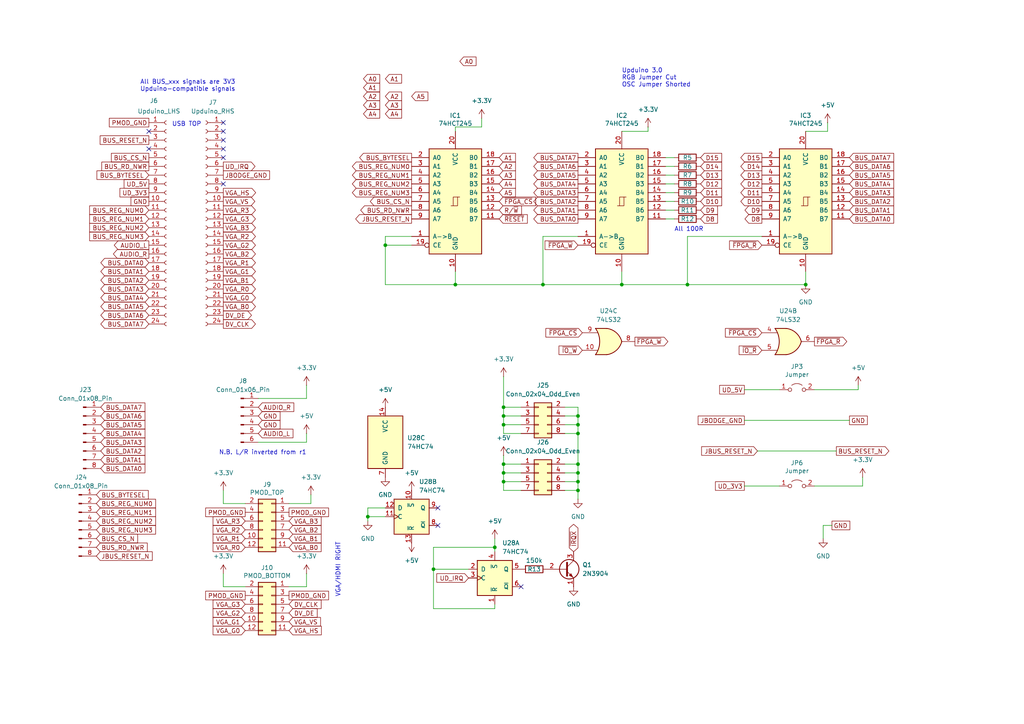
<source format=kicad_sch>
(kicad_sch (version 20250114) (generator "eeschema") (generator_version "9.0")
  (paper "A4")
  (lib_symbols
    (symbol "74xx:74HC74" (pin_names (offset 1.016))
      (property "Reference" "U" (at -7.62 8.89 0))
      (property "Value" "74HC74" (at -7.62 -8.89 0))
      (symbol "74HC74_1_0"
        (pin input line (at -7.62 2.54 0) (length 2.54) (name "D") (number "2"))
        (pin input clock (at -7.62 0 0) (length 2.54) (name "C") (number "3"))
        (pin input line (at 0 7.62 270) (length 2.54) (name "~{S}") (number "4"))
        (pin input line (at 0 -7.62 90) (length 2.54) (name "~{R}") (number "1"))
        (pin output line (at 7.62 2.54 180) (length 2.54) (name "Q") (number "5"))
        (pin output line (at 7.62 -2.54 180) (length 2.54) (name "~{Q}") (number "6"))
      )
      (symbol "74HC74_2_0"
        (pin input line (at -7.62 2.54 0) (length 2.54) (name "D") (number "12"))
        (pin input clock (at -7.62 0 0) (length 2.54) (name "C") (number "11"))
        (pin input line (at 0 7.62 270) (length 2.54) (name "~{S}") (number "10"))
        (pin input line (at 0 -7.62 90) (length 2.54) (name "~{R}") (number "13"))
        (pin output line (at 7.62 2.54 180) (length 2.54) (name "Q") (number "9"))
        (pin output line (at 7.62 -2.54 180) (length 2.54) (name "~{Q}") (number "8"))
      )
      (symbol "74HC74_3_0"
        (pin power_in line (at 0 10.16 270) (length 2.54) (name "VCC") (number "14"))
        (pin power_in line (at 0 -10.16 90) (length 2.54) (name "GND") (number "7"))
      )
    )
    (symbol "74xx:74LS245" (pin_names (offset 1.016))
      (property "Reference" "U" (at -7.62 16.51 0))
      (property "Value" "74LS245" (at -7.62 -16.51 0))
      (symbol "74LS245_1_0"
        (pin tri_state line (at -12.7 12.7 0) (length 5.08) (name "A0") (number "2"))
        (pin tri_state line (at -12.7 10.16 0) (length 5.08) (name "A1") (number "3"))
        (pin tri_state line (at -12.7 7.62 0) (length 5.08) (name "A2") (number "4"))
        (pin tri_state line (at -12.7 5.08 0) (length 5.08) (name "A3") (number "5"))
        (pin tri_state line (at -12.7 2.54 0) (length 5.08) (name "A4") (number "6"))
        (pin tri_state line (at -12.7 0 0) (length 5.08) (name "A5") (number "7"))
        (pin tri_state line (at -12.7 -2.54 0) (length 5.08) (name "A6") (number "8"))
        (pin tri_state line (at -12.7 -5.08 0) (length 5.08) (name "A7") (number "9"))
        (pin input line (at -12.7 -10.16 0) (length 5.08) (name "A->B") (number "1"))
        (pin input inverted (at -12.7 -12.7 0) (length 5.08) (name "CE") (number "19"))
        (pin power_in line (at 0 20.32 270) (length 5.08) (name "VCC") (number "20"))
        (pin power_in line (at 0 -20.32 90) (length 5.08) (name "GND") (number "10"))
        (pin tri_state line (at 12.7 12.7 180) (length 5.08) (name "B0") (number "18"))
        (pin tri_state line (at 12.7 10.16 180) (length 5.08) (name "B1") (number "17"))
        (pin tri_state line (at 12.7 7.62 180) (length 5.08) (name "B2") (number "16"))
        (pin tri_state line (at 12.7 5.08 180) (length 5.08) (name "B3") (number "15"))
        (pin tri_state line (at 12.7 2.54 180) (length 5.08) (name "B4") (number "14"))
        (pin tri_state line (at 12.7 0 180) (length 5.08) (name "B5") (number "13"))
        (pin tri_state line (at 12.7 -2.54 180) (length 5.08) (name "B6") (number "12"))
        (pin tri_state line (at 12.7 -5.08 180) (length 5.08) (name "B7") (number "11"))
      )
    )
    (symbol "74xx:74LS32" (pin_names (offset 1.016))
      (property "Reference" "U" (at 0 1.27 0))
      (property "Value" "74LS32" (at 0 -1.27 0))
      (symbol "74LS32_1_1"
        (pin input line (at -7.62 2.54 0) (length 4.318) (name "~") (number "1"))
        (pin input line (at -7.62 -2.54 0) (length 4.318) (name "~") (number "2"))
        (pin output line (at 7.62 0 180) (length 3.81) (name "~") (number "3"))
      )
      (symbol "74LS32_1_2"
        (pin input inverted (at -7.62 2.54 0) (length 3.81) (name "~") (number "1"))
        (pin input inverted (at -7.62 -2.54 0) (length 3.81) (name "~") (number "2"))
        (pin output inverted (at 7.62 0 180) (length 3.81) (name "~") (number "3"))
      )
      (symbol "74LS32_2_1"
        (pin input line (at -7.62 2.54 0) (length 4.318) (name "~") (number "4"))
        (pin input line (at -7.62 -2.54 0) (length 4.318) (name "~") (number "5"))
        (pin output line (at 7.62 0 180) (length 3.81) (name "~") (number "6"))
      )
      (symbol "74LS32_2_2"
        (pin input inverted (at -7.62 2.54 0) (length 3.81) (name "~") (number "4"))
        (pin input inverted (at -7.62 -2.54 0) (length 3.81) (name "~") (number "5"))
        (pin output inverted (at 7.62 0 180) (length 3.81) (name "~") (number "6"))
      )
      (symbol "74LS32_3_1"
        (pin input line (at -7.62 2.54 0) (length 4.318) (name "~") (number "9"))
        (pin input line (at -7.62 -2.54 0) (length 4.318) (name "~") (number "10"))
        (pin output line (at 7.62 0 180) (length 3.81) (name "~") (number "8"))
      )
      (symbol "74LS32_3_2"
        (pin input inverted (at -7.62 2.54 0) (length 3.81) (name "~") (number "9"))
        (pin input inverted (at -7.62 -2.54 0) (length 3.81) (name "~") (number "10"))
        (pin output inverted (at 7.62 0 180) (length 3.81) (name "~") (number "8"))
      )
      (symbol "74LS32_4_1"
        (pin input line (at -7.62 2.54 0) (length 4.318) (name "~") (number "12"))
        (pin input line (at -7.62 -2.54 0) (length 4.318) (name "~") (number "13"))
        (pin output line (at 7.62 0 180) (length 3.81) (name "~") (number "11"))
      )
      (symbol "74LS32_4_2"
        (pin input inverted (at -7.62 2.54 0) (length 3.81) (name "~") (number "12"))
        (pin input inverted (at -7.62 -2.54 0) (length 3.81) (name "~") (number "13"))
        (pin output inverted (at 7.62 0 180) (length 3.81) (name "~") (number "11"))
      )
      (symbol "74LS32_5_0"
        (pin power_in line (at 0 12.7 270) (length 5.08) (name "VCC") (number "14"))
        (pin power_in line (at 0 -12.7 90) (length 5.08) (name "GND") (number "7"))
      )
    )
    (symbol "Connector:Conn_01x06_Pin" (pin_names (offset 1.016) (hide yes))
      (property "Reference" "J" (at 0 7.62 0))
      (property "Value" "Conn_01x06_Pin" (at 0 -10.16 0))
      (symbol "Conn_01x06_Pin_1_1"
        (pin passive line (at 5.08 5.08 180) (length 3.81) (name "Pin_1") (number "1"))
        (pin passive line (at 5.08 2.54 180) (length 3.81) (name "Pin_2") (number "2"))
        (pin passive line (at 5.08 0 180) (length 3.81) (name "Pin_3") (number "3"))
        (pin passive line (at 5.08 -2.54 180) (length 3.81) (name "Pin_4") (number "4"))
        (pin passive line (at 5.08 -5.08 180) (length 3.81) (name "Pin_5") (number "5"))
        (pin passive line (at 5.08 -7.62 180) (length 3.81) (name "Pin_6") (number "6"))
      )
    )
    (symbol "Connector:Conn_01x08_Pin" (pin_names (offset 1.016) (hide yes))
      (property "Reference" "J" (at 0 10.16 0))
      (property "Value" "Conn_01x08_Pin" (at 0 -12.7 0))
      (symbol "Conn_01x08_Pin_1_1"
        (pin passive line (at 5.08 7.62 180) (length 3.81) (name "Pin_1") (number "1"))
        (pin passive line (at 5.08 5.08 180) (length 3.81) (name "Pin_2") (number "2"))
        (pin passive line (at 5.08 2.54 180) (length 3.81) (name "Pin_3") (number "3"))
        (pin passive line (at 5.08 0 180) (length 3.81) (name "Pin_4") (number "4"))
        (pin passive line (at 5.08 -2.54 180) (length 3.81) (name "Pin_5") (number "5"))
        (pin passive line (at 5.08 -5.08 180) (length 3.81) (name "Pin_6") (number "6"))
        (pin passive line (at 5.08 -7.62 180) (length 3.81) (name "Pin_7") (number "7"))
        (pin passive line (at 5.08 -10.16 180) (length 3.81) (name "Pin_8") (number "8"))
      )
    )
    (symbol "Connector:Conn_01x24_Socket" (pin_names (offset 1.016) (hide yes))
      (property "Reference" "J" (at 0 30.48 0))
      (property "Value" "Conn_01x24_Socket" (at 0 -33.02 0))
      (symbol "Conn_01x24_Socket_1_1"
        (pin passive line (at -5.08 27.94 0) (length 3.81) (name "Pin_1") (number "1"))
        (pin passive line (at -5.08 25.4 0) (length 3.81) (name "Pin_2") (number "2"))
        (pin passive line (at -5.08 22.86 0) (length 3.81) (name "Pin_3") (number "3"))
        (pin passive line (at -5.08 20.32 0) (length 3.81) (name "Pin_4") (number "4"))
        (pin passive line (at -5.08 17.78 0) (length 3.81) (name "Pin_5") (number "5"))
        (pin passive line (at -5.08 15.24 0) (length 3.81) (name "Pin_6") (number "6"))
        (pin passive line (at -5.08 12.7 0) (length 3.81) (name "Pin_7") (number "7"))
        (pin passive line (at -5.08 10.16 0) (length 3.81) (name "Pin_8") (number "8"))
        (pin passive line (at -5.08 7.62 0) (length 3.81) (name "Pin_9") (number "9"))
        (pin passive line (at -5.08 5.08 0) (length 3.81) (name "Pin_10") (number "10"))
        (pin passive line (at -5.08 2.54 0) (length 3.81) (name "Pin_11") (number "11"))
        (pin passive line (at -5.08 0 0) (length 3.81) (name "Pin_12") (number "12"))
        (pin passive line (at -5.08 -2.54 0) (length 3.81) (name "Pin_13") (number "13"))
        (pin passive line (at -5.08 -5.08 0) (length 3.81) (name "Pin_14") (number "14"))
        (pin passive line (at -5.08 -7.62 0) (length 3.81) (name "Pin_15") (number "15"))
        (pin passive line (at -5.08 -10.16 0) (length 3.81) (name "Pin_16") (number "16"))
        (pin passive line (at -5.08 -12.7 0) (length 3.81) (name "Pin_17") (number "17"))
        (pin passive line (at -5.08 -15.24 0) (length 3.81) (name "Pin_18") (number "18"))
        (pin passive line (at -5.08 -17.78 0) (length 3.81) (name "Pin_19") (number "19"))
        (pin passive line (at -5.08 -20.32 0) (length 3.81) (name "Pin_20") (number "20"))
        (pin passive line (at -5.08 -22.86 0) (length 3.81) (name "Pin_21") (number "21"))
        (pin passive line (at -5.08 -25.4 0) (length 3.81) (name "Pin_22") (number "22"))
        (pin passive line (at -5.08 -27.94 0) (length 3.81) (name "Pin_23") (number "23"))
        (pin passive line (at -5.08 -30.48 0) (length 3.81) (name "Pin_24") (number "24"))
      )
    )
    (symbol "Connector_Generic:Conn_02x04_Odd_Even" (pin_names (offset 1.016) (hide yes))
      (property "Reference" "J" (at 1.27 5.08 0))
      (property "Value" "Conn_02x04_Odd_Even" (at 1.27 -7.62 0))
      (symbol "Conn_02x04_Odd_Even_1_1"
        (pin passive line (at -5.08 2.54 0) (length 3.81) (name "Pin_1") (number "1"))
        (pin passive line (at -5.08 0 0) (length 3.81) (name "Pin_3") (number "3"))
        (pin passive line (at -5.08 -2.54 0) (length 3.81) (name "Pin_5") (number "5"))
        (pin passive line (at -5.08 -5.08 0) (length 3.81) (name "Pin_7") (number "7"))
        (pin passive line (at 7.62 2.54 180) (length 3.81) (name "Pin_2") (number "2"))
        (pin passive line (at 7.62 0 180) (length 3.81) (name "Pin_4") (number "4"))
        (pin passive line (at 7.62 -2.54 180) (length 3.81) (name "Pin_6") (number "6"))
        (pin passive line (at 7.62 -5.08 180) (length 3.81) (name "Pin_8") (number "8"))
      )
    )
    (symbol "Connector_Generic:Conn_02x06_Odd_Even" (pin_names (offset 1.016) (hide yes))
      (property "Reference" "J" (at 1.27 7.62 0))
      (property "Value" "Conn_02x06_Odd_Even" (at 1.27 -10.16 0))
      (symbol "Conn_02x06_Odd_Even_1_1"
        (pin passive line (at -5.08 5.08 0) (length 3.81) (name "Pin_1") (number "1"))
        (pin passive line (at -5.08 2.54 0) (length 3.81) (name "Pin_3") (number "3"))
        (pin passive line (at -5.08 0 0) (length 3.81) (name "Pin_5") (number "5"))
        (pin passive line (at -5.08 -2.54 0) (length 3.81) (name "Pin_7") (number "7"))
        (pin passive line (at -5.08 -5.08 0) (length 3.81) (name "Pin_9") (number "9"))
        (pin passive line (at -5.08 -7.62 0) (length 3.81) (name "Pin_11") (number "11"))
        (pin passive line (at 7.62 5.08 180) (length 3.81) (name "Pin_2") (number "2"))
        (pin passive line (at 7.62 2.54 180) (length 3.81) (name "Pin_4") (number "4"))
        (pin passive line (at 7.62 0 180) (length 3.81) (name "Pin_6") (number "6"))
        (pin passive line (at 7.62 -2.54 180) (length 3.81) (name "Pin_8") (number "8"))
        (pin passive line (at 7.62 -5.08 180) (length 3.81) (name "Pin_10") (number "10"))
        (pin passive line (at 7.62 -7.62 180) (length 3.81) (name "Pin_12") (number "12"))
      )
    )
    (symbol "Device:R" (pin_numbers (hide yes)) (pin_names (offset 0))
      (property "Reference" "R" (at 2.032 0 90))
      (property "Value" "R" (at 0 0 90))
      (symbol "R_1_1"
        (pin passive line (at 0 3.81 270) (length 1.27) (name "~") (number "1"))
        (pin passive line (at 0 -3.81 90) (length 1.27) (name "~") (number "2"))
      )
    )
    (symbol "GND_1" (power) (pin_numbers (hide yes)) (pin_names (offset 0) (hide yes))
      (property "Value" "GND" (at 0 -3.81 0))
      (symbol "GND_1_1_1"
        (pin power_in line (at 0 0 270) (length 0) (name "~") (number "1"))
      )
    )
    (symbol "GND_2" (power) (pin_numbers (hide yes)) (pin_names (offset 0) (hide yes))
      (property "Value" "GND" (at 0 -3.81 0))
      (symbol "GND_2_1_1"
        (pin power_in line (at 0 0 270) (length 0) (name "~") (number "1"))
      )
    )
    (symbol "Jumper:Jumper_2_Open" (pin_names (offset 0) (hide yes))
      (property "Reference" "JP" (at 0 2.794 0))
      (property "Value" "Jumper_2_Open" (at 0 -2.286 0))
      (symbol "Jumper_2_Open_1_1"
        (pin passive line (at -5.08 0 0) (length 2.54) (name "A") (number "1"))
        (pin passive line (at 5.08 0 180) (length 2.54) (name "B") (number "2"))
      )
    )
    (symbol "Transistor_BJT:2N3904" (pin_names (offset 0) (hide yes))
      (property "Reference" "Q" (at 5.08 1.905 0))
      (property "Value" "2N3904" (at 5.08 0 0))
      (symbol "2N3904_1_1"
        (pin input line (at -5.08 0 0) (length 2.54) (name "B") (number "2"))
        (pin passive line (at 2.54 5.08 270) (length 2.54) (name "C") (number "3"))
        (pin passive line (at 2.54 -5.08 90) (length 2.54) (name "E") (number "1"))
      )
    )
    (symbol "power:+3.3V" (power) (pin_numbers (hide yes)) (pin_names (offset 0) (hide yes))
      (property "Value" "+3.3V" (at 0 3.556 0))
      (symbol "+3.3V_1_1"
        (pin power_in line (at 0 0 90) (length 0) (name "~") (number "1"))
      )
    )
    (symbol "power:+5V" (power) (pin_numbers (hide yes)) (pin_names (offset 0) (hide yes))
      (property "Value" "+5V" (at 0 3.556 0))
      (symbol "+5V_1_1"
        (pin power_in line (at 0 0 90) (length 0) (name "~") (number "1"))
      )
    )
    (symbol "power:GND" (power) (pin_numbers (hide yes)) (pin_names (offset 0) (hide yes))
      (property "Value" "GND" (at 0 -3.81 0))
      (symbol "GND_1_1"
        (pin power_in line (at 0 0 270) (length 0) (name "~") (number "1"))
      )
    )
  )
  (text "All BUS_xxx signals are 3V3\nUpduino-compatible signals" (at 40.64 26.67 0) (effects (font (size 1.27 1.27)) (justify left bottom)))
  (text "Upduino 3.0\nRGB Jumper Cut\nOSC Jumper Shorted" (at 180.34 25.4 0) (effects (font (size 1.27 1.27)) (justify left bottom)))
  (text "USB TOP" (at 58.42 36.83 0) (effects (font (size 1.27 1.27)) (justify right bottom)))
  (text "N.B. L/R inverted from r1" (at 63.5 132.08 0) (effects (font (size 1.27 1.27)) (justify left bottom)))
  (text "VGA/HDMI RIGHT" (at 98.806 157.226 90) (effects (font (size 1.27 1.27)) (justify right bottom)))
  (text "All 100R" (at 195.58 67.31 0) (effects (font (size 1.27 1.27)) (justify left bottom)))
  (junction (at 167.64 120.65))
  (junction (at 146.05 123.19))
  (junction (at 146.05 134.62))
  (junction (at 106.68 149.86))
  (junction (at 111.76 71.12))
  (junction (at 167.64 142.24))
  (junction (at 143.51 158.75))
  (junction (at 125.73 165.1))
  (junction (at 157.48 82.55))
  (junction (at 146.05 120.65))
  (junction (at 180.34 82.55))
  (junction (at 199.39 82.55))
  (junction (at 167.64 134.62))
  (junction (at 146.05 137.16))
  (junction (at 167.64 137.16))
  (junction (at 167.64 125.73))
  (junction (at 167.64 139.7))
  (junction (at 132.08 82.55))
  (junction (at 167.64 123.19))
  (junction (at 146.05 118.11))
  (junction (at 146.05 139.7))
  (junction (at 233.68 82.55))
  (no_connect (at 64.77 35.56))
  (no_connect (at 43.18 43.18))
  (no_connect (at 127 147.32))
  (no_connect (at 64.77 43.18))
  (no_connect (at 64.77 38.1))
  (no_connect (at 127 152.4))
  (no_connect (at 151.13 170.18))
  (no_connect (at 64.77 40.64))
  (no_connect (at 64.77 45.72))
  (no_connect (at 43.18 38.1))
  (no_connect (at 64.77 53.34))
  (wire (pts (xy 163.83 137.16) (xy 167.64 137.16)))
  (wire (pts (xy 125.73 165.1) (xy 125.73 158.75)))
  (wire (pts (xy 119.38 71.12) (xy 111.76 71.12)))
  (wire (pts (xy 106.68 149.86) (xy 111.76 149.86)))
  (wire (pts (xy 111.76 71.12) (xy 111.76 82.55)))
  (wire (pts (xy 139.7 36.83) (xy 139.7 34.29)))
  (wire (pts (xy 233.68 78.74) (xy 233.68 82.55)))
  (wire (pts (xy 64.77 142.24) (xy 64.77 146.05)))
  (wire (pts (xy 83.82 170.18) (xy 88.9 170.18)))
  (wire (pts (xy 157.48 68.58) (xy 167.64 68.58)))
  (wire (pts (xy 143.51 156.21) (xy 143.51 158.75)))
  (wire (pts (xy 240.03 35.56) (xy 240.03 38.1)))
  (wire (pts (xy 215.9 113.03) (xy 226.06 113.03)))
  (wire (pts (xy 180.34 78.74) (xy 180.34 82.55)))
  (wire (pts (xy 219.71 130.81) (xy 242.57 130.81)))
  (wire (pts (xy 111.76 82.55) (xy 132.08 82.55)))
  (wire (pts (xy 146.05 118.11) (xy 146.05 120.65)))
  (wire (pts (xy 111.76 147.32) (xy 106.68 147.32)))
  (wire (pts (xy 146.05 123.19) (xy 151.13 123.19)))
  (wire (pts (xy 199.39 68.58) (xy 220.98 68.58)))
  (wire (pts (xy 132.08 36.83) (xy 132.08 38.1)))
  (wire (pts (xy 163.83 134.62) (xy 167.64 134.62)))
  (wire (pts (xy 125.73 176.53) (xy 125.73 165.1)))
  (wire (pts (xy 163.83 125.73) (xy 167.64 125.73)))
  (wire (pts (xy 143.51 175.26) (xy 143.51 176.53)))
  (wire (pts (xy 90.17 146.05) (xy 90.17 143.51)))
  (wire (pts (xy 167.64 139.7) (xy 167.64 142.24)))
  (wire (pts (xy 157.48 68.58) (xy 157.48 82.55)))
  (wire (pts (xy 163.83 139.7) (xy 167.64 139.7)))
  (wire (pts (xy 193.04 55.88) (xy 195.58 55.88)))
  (wire (pts (xy 146.05 118.11) (xy 151.13 118.11)))
  (wire (pts (xy 146.05 137.16) (xy 151.13 137.16)))
  (wire (pts (xy 119.38 68.58) (xy 111.76 68.58)))
  (wire (pts (xy 132.08 82.55) (xy 157.48 82.55)))
  (wire (pts (xy 139.7 36.83) (xy 132.08 36.83)))
  (wire (pts (xy 146.05 139.7) (xy 146.05 142.24)))
  (wire (pts (xy 64.77 146.05) (xy 71.12 146.05)))
  (wire (pts (xy 88.9 128.27) (xy 88.9 125.73)))
  (wire (pts (xy 236.22 140.97) (xy 250.19 140.97)))
  (wire (pts (xy 163.83 120.65) (xy 167.64 120.65)))
  (wire (pts (xy 167.64 118.11) (xy 167.64 120.65)))
  (wire (pts (xy 215.9 121.92) (xy 246.38 121.92)))
  (wire (pts (xy 163.83 142.24) (xy 167.64 142.24)))
  (wire (pts (xy 146.05 142.24) (xy 151.13 142.24)))
  (wire (pts (xy 143.51 176.53) (xy 125.73 176.53)))
  (wire (pts (xy 88.9 170.18) (xy 88.9 166.37)))
  (wire (pts (xy 193.04 60.96) (xy 195.58 60.96)))
  (wire (pts (xy 240.03 38.1) (xy 233.68 38.1)))
  (wire (pts (xy 146.05 120.65) (xy 151.13 120.65)))
  (wire (pts (xy 146.05 139.7) (xy 151.13 139.7)))
  (wire (pts (xy 199.39 82.55) (xy 233.68 82.55)))
  (wire (pts (xy 236.22 113.03) (xy 248.92 113.03)))
  (wire (pts (xy 250.19 138.43) (xy 250.19 140.97)))
  (wire (pts (xy 146.05 132.08) (xy 146.05 134.62)))
  (wire (pts (xy 146.05 137.16) (xy 146.05 139.7)))
  (wire (pts (xy 74.93 115.57) (xy 88.9 115.57)))
  (wire (pts (xy 106.68 147.32) (xy 106.68 149.86)))
  (wire (pts (xy 146.05 134.62) (xy 146.05 137.16)))
  (wire (pts (xy 146.05 109.22) (xy 146.05 118.11)))
  (wire (pts (xy 167.64 123.19) (xy 167.64 125.73)))
  (wire (pts (xy 146.05 123.19) (xy 146.05 125.73)))
  (wire (pts (xy 64.77 166.37) (xy 64.77 170.18)))
  (wire (pts (xy 83.82 146.05) (xy 90.17 146.05)))
  (wire (pts (xy 125.73 158.75) (xy 143.51 158.75)))
  (wire (pts (xy 64.77 170.18) (xy 71.12 170.18)))
  (wire (pts (xy 88.9 115.57) (xy 88.9 111.76)))
  (wire (pts (xy 248.92 111.76) (xy 248.92 113.03)))
  (wire (pts (xy 143.51 158.75) (xy 143.51 160.02)))
  (wire (pts (xy 151.13 125.73) (xy 146.05 125.73)))
  (wire (pts (xy 167.64 125.73) (xy 167.64 134.62)))
  (wire (pts (xy 163.83 118.11) (xy 167.64 118.11)))
  (wire (pts (xy 132.08 78.74) (xy 132.08 82.55)))
  (wire (pts (xy 106.68 149.86) (xy 106.68 151.13)))
  (wire (pts (xy 111.76 68.58) (xy 111.76 71.12)))
  (wire (pts (xy 193.04 63.5) (xy 195.58 63.5)))
  (wire (pts (xy 195.58 45.72) (xy 193.04 45.72)))
  (wire (pts (xy 167.64 142.24) (xy 167.64 144.78)))
  (wire (pts (xy 241.3 152.4) (xy 238.76 152.4)))
  (wire (pts (xy 187.96 38.1) (xy 187.96 36.83)))
  (wire (pts (xy 167.64 137.16) (xy 167.64 139.7)))
  (wire (pts (xy 157.48 82.55) (xy 180.34 82.55)))
  (wire (pts (xy 199.39 68.58) (xy 199.39 82.55)))
  (wire (pts (xy 146.05 134.62) (xy 151.13 134.62)))
  (wire (pts (xy 193.04 48.26) (xy 195.58 48.26)))
  (wire (pts (xy 193.04 58.42) (xy 195.58 58.42)))
  (wire (pts (xy 146.05 120.65) (xy 146.05 123.19)))
  (wire (pts (xy 74.93 128.27) (xy 88.9 128.27)))
  (wire (pts (xy 163.83 123.19) (xy 167.64 123.19)))
  (wire (pts (xy 125.73 165.1) (xy 135.89 165.1)))
  (wire (pts (xy 180.34 82.55) (xy 199.39 82.55)))
  (wire (pts (xy 238.76 152.4) (xy 238.76 156.21)))
  (wire (pts (xy 215.9 140.97) (xy 226.06 140.97)))
  (wire (pts (xy 193.04 53.34) (xy 195.58 53.34)))
  (wire (pts (xy 193.04 50.8) (xy 195.58 50.8)))
  (wire (pts (xy 167.64 134.62) (xy 167.64 137.16)))
  (wire (pts (xy 180.34 38.1) (xy 187.96 38.1)))
  (wire (pts (xy 167.64 120.65) (xy 167.64 123.19)))
  (global_label "A4" (shape input) (at 105.41 33.02 0) (property "Intersheetrefs" "${INTERSHEET_REFS}" (effects (hide yes))))
  (global_label "BUS_DATA5" (shape input) (at 29.21 123.19 0) (property "Intersheetrefs" "${INTERSHEET_REFS}" (effects (hide yes))))
  (global_label "D11" (shape input) (at 203.2 55.88 0) (property "Intersheetrefs" "${INTERSHEET_REFS}" (effects (hide yes))))
  (global_label "PMOD_GND" (shape passive) (at 43.18 35.56 180) (property "Intersheetrefs" "${INTERSHEET_REFS}" (effects (hide yes))))
  (global_label "VGA_B0" (shape output) (at 64.77 88.9 0) (property "Intersheetrefs" "${INTERSHEET_REFS}" (effects (hide yes))))
  (global_label "BUS_DATA2" (shape input) (at 246.38 58.42 0) (property "Intersheetrefs" "${INTERSHEET_REFS}" (effects (hide yes))))
  (global_label "DV_DE" (shape output) (at 64.77 91.44 0) (property "Intersheetrefs" "${INTERSHEET_REFS}" (effects (hide yes))))
  (global_label "VGA_HS" (shape input) (at 83.82 182.88 0) (property "Intersheetrefs" "${INTERSHEET_REFS}" (effects (hide yes))))
  (global_label "UD_IRQ" (shape output) (at 64.77 48.26 0) (property "Intersheetrefs" "${INTERSHEET_REFS}" (effects (hide yes))))
  (global_label "A1" (shape input) (at 111.76 22.86 0) (property "Intersheetrefs" "${INTERSHEET_REFS}" (effects (hide yes))))
  (global_label "BUS_DATA3" (shape input) (at 246.38 55.88 0) (property "Intersheetrefs" "${INTERSHEET_REFS}" (effects (hide yes))))
  (global_label "~{FPGA_R}" (shape output) (at 236.22 99.06 0) (property "Intersheetrefs" "${INTERSHEET_REFS}" (effects (hide yes))))
  (global_label "BUS_REG_NUM1" (shape input) (at 27.94 148.59 0) (property "Intersheetrefs" "${INTERSHEET_REFS}" (effects (hide yes))))
  (global_label "GND" (shape input) (at 74.93 123.19 0) (property "Intersheetrefs" "${INTERSHEET_REFS}" (effects (hide yes))))
  (global_label "D12" (shape output) (at 220.98 53.34 180) (property "Intersheetrefs" "${INTERSHEET_REFS}" (effects (hide yes))))
  (global_label "VGA_G2" (shape input) (at 71.12 177.8 180) (property "Intersheetrefs" "${INTERSHEET_REFS}" (effects (hide yes))))
  (global_label "PMOD_GND" (shape passive) (at 71.12 148.59 180) (property "Intersheetrefs" "${INTERSHEET_REFS}" (effects (hide yes))))
  (global_label "UD_IRQ" (shape input) (at 135.89 167.64 180) (property "Intersheetrefs" "${INTERSHEET_REFS}" (effects (hide yes))))
  (global_label "BUS_CS_N" (shape output) (at 119.38 58.42 180) (property "Intersheetrefs" "${INTERSHEET_REFS}" (effects (hide yes))))
  (global_label "A2" (shape input) (at 144.78 48.26 0) (property "Intersheetrefs" "${INTERSHEET_REFS}" (effects (hide yes))))
  (global_label "A4" (shape input) (at 144.78 53.34 0) (property "Intersheetrefs" "${INTERSHEET_REFS}" (effects (hide yes))))
  (global_label "GND" (shape passive) (at 43.18 58.42 180) (property "Intersheetrefs" "${INTERSHEET_REFS}" (effects (hide yes))))
  (global_label "~{FPGA_CS}" (shape input) (at 168.91 96.52 180) (property "Intersheetrefs" "${INTERSHEET_REFS}" (effects (hide yes))))
  (global_label "~{FPGA_CS}" (shape input) (at 144.78 58.42 0) (property "Intersheetrefs" "${INTERSHEET_REFS}" (effects (hide yes))))
  (global_label "D15" (shape input) (at 203.2 45.72 0) (property "Intersheetrefs" "${INTERSHEET_REFS}" (effects (hide yes))))
  (global_label "D12" (shape input) (at 203.2 53.34 0) (property "Intersheetrefs" "${INTERSHEET_REFS}" (effects (hide yes))))
  (global_label "~{FPGA_W}" (shape input) (at 167.64 71.12 180) (property "Intersheetrefs" "${INTERSHEET_REFS}" (effects (hide yes))))
  (global_label "VGA_R1" (shape input) (at 71.12 156.21 180) (property "Intersheetrefs" "${INTERSHEET_REFS}" (effects (hide yes))))
  (global_label "GND" (shape passive) (at 246.38 121.92 0) (property "Intersheetrefs" "${INTERSHEET_REFS}" (effects (hide yes))))
  (global_label "VGA_R2" (shape output) (at 64.77 68.58 0) (property "Intersheetrefs" "${INTERSHEET_REFS}" (effects (hide yes))))
  (global_label "BUS_REG_NUM1" (shape output) (at 119.38 50.8 180) (property "Intersheetrefs" "${INTERSHEET_REFS}" (effects (hide yes))))
  (global_label "A3" (shape input) (at 144.78 50.8 0) (property "Intersheetrefs" "${INTERSHEET_REFS}" (effects (hide yes))))
  (global_label "BUS_DATA5" (shape bidirectional) (at 43.18 88.9 180) (property "Intersheetrefs" "${INTERSHEET_REFS}" (effects (hide yes))))
  (global_label "JBUS_RESET_N" (shape input) (at 27.94 161.29 0) (property "Intersheetrefs" "${INTERSHEET_REFS}" (effects (hide yes))))
  (global_label "PMOD_GND" (shape passive) (at 83.82 172.72 0) (property "Intersheetrefs" "${INTERSHEET_REFS}" (effects (hide yes))))
  (global_label "BUS_DATA7" (shape output) (at 167.64 45.72 180) (property "Intersheetrefs" "${INTERSHEET_REFS}" (effects (hide yes))))
  (global_label "~{FPGA_W}" (shape output) (at 184.15 99.06 0) (property "Intersheetrefs" "${INTERSHEET_REFS}" (effects (hide yes))))
  (global_label "~{RESET}" (shape input) (at 144.78 63.5 0) (property "Intersheetrefs" "${INTERSHEET_REFS}" (effects (hide yes))))
  (global_label "VGA_B2" (shape output) (at 64.77 73.66 0) (property "Intersheetrefs" "${INTERSHEET_REFS}" (effects (hide yes))))
  (global_label "D10" (shape input) (at 203.2 58.42 0) (property "Intersheetrefs" "${INTERSHEET_REFS}" (effects (hide yes))))
  (global_label "VGA_B2" (shape input) (at 83.82 153.67 0) (property "Intersheetrefs" "${INTERSHEET_REFS}" (effects (hide yes))))
  (global_label "D13" (shape input) (at 203.2 50.8 0) (property "Intersheetrefs" "${INTERSHEET_REFS}" (effects (hide yes))))
  (global_label "~{IO_R}" (shape input) (at 220.98 101.6 180) (property "Intersheetrefs" "${INTERSHEET_REFS}" (effects (hide yes))))
  (global_label "BUS_DATA2" (shape input) (at 29.21 130.81 0) (property "Intersheetrefs" "${INTERSHEET_REFS}" (effects (hide yes))))
  (global_label "BUS_DATA0" (shape bidirectional) (at 43.18 76.2 180) (property "Intersheetrefs" "${INTERSHEET_REFS}" (effects (hide yes))))
  (global_label "D8" (shape input) (at 203.2 63.5 0) (property "Intersheetrefs" "${INTERSHEET_REFS}" (effects (hide yes))))
  (global_label "VGA_HS" (shape output) (at 64.77 55.88 0) (property "Intersheetrefs" "${INTERSHEET_REFS}" (effects (hide yes))))
  (global_label "BUS_DATA5" (shape output) (at 167.64 50.8 180) (property "Intersheetrefs" "${INTERSHEET_REFS}" (effects (hide yes))))
  (global_label "BUS_REG_NUM0" (shape output) (at 119.38 48.26 180) (property "Intersheetrefs" "${INTERSHEET_REFS}" (effects (hide yes))))
  (global_label "JBODGE_GND" (shape passive) (at 215.9 121.92 180) (property "Intersheetrefs" "${INTERSHEET_REFS}" (effects (hide yes))))
  (global_label "VGA_G3" (shape output) (at 64.77 63.5 0) (property "Intersheetrefs" "${INTERSHEET_REFS}" (effects (hide yes))))
  (global_label "JBODGE_GND" (shape passive) (at 64.77 50.8 0) (property "Intersheetrefs" "${INTERSHEET_REFS}" (effects (hide yes))))
  (global_label "VGA_R2" (shape input) (at 71.12 153.67 180) (property "Intersheetrefs" "${INTERSHEET_REFS}" (effects (hide yes))))
  (global_label "BUS_DATA0" (shape input) (at 29.21 135.89 0) (property "Intersheetrefs" "${INTERSHEET_REFS}" (effects (hide yes))))
  (global_label "BUS_REG_NUM1" (shape input) (at 43.18 63.5 180) (property "Intersheetrefs" "${INTERSHEET_REFS}" (effects (hide yes))))
  (global_label "A5" (shape input) (at 144.78 55.88 0) (property "Intersheetrefs" "${INTERSHEET_REFS}" (effects (hide yes))))
  (global_label "A1" (shape input) (at 144.78 45.72 0) (property "Intersheetrefs" "${INTERSHEET_REFS}" (effects (hide yes))))
  (global_label "DV_CLK" (shape input) (at 83.82 175.26 0) (property "Intersheetrefs" "${INTERSHEET_REFS}" (effects (hide yes))))
  (global_label "A2" (shape input) (at 105.41 27.94 0) (property "Intersheetrefs" "${INTERSHEET_REFS}" (effects (hide yes))))
  (global_label "D13" (shape output) (at 220.98 50.8 180) (property "Intersheetrefs" "${INTERSHEET_REFS}" (effects (hide yes))))
  (global_label "D14" (shape input) (at 203.2 48.26 0) (property "Intersheetrefs" "${INTERSHEET_REFS}" (effects (hide yes))))
  (global_label "VGA_B3" (shape output) (at 64.77 66.04 0) (property "Intersheetrefs" "${INTERSHEET_REFS}" (effects (hide yes))))
  (global_label "BUS_DATA3" (shape input) (at 29.21 128.27 0) (property "Intersheetrefs" "${INTERSHEET_REFS}" (effects (hide yes))))
  (global_label "BUS_DATA6" (shape input) (at 246.38 48.26 0) (property "Intersheetrefs" "${INTERSHEET_REFS}" (effects (hide yes))))
  (global_label "DV_CLK" (shape output) (at 64.77 93.98 0) (property "Intersheetrefs" "${INTERSHEET_REFS}" (effects (hide yes))))
  (global_label "BUS_DATA7" (shape bidirectional) (at 43.18 93.98 180) (property "Intersheetrefs" "${INTERSHEET_REFS}" (effects (hide yes))))
  (global_label "VGA_B1" (shape input) (at 83.82 156.21 0) (property "Intersheetrefs" "${INTERSHEET_REFS}" (effects (hide yes))))
  (global_label "D8" (shape output) (at 220.98 63.5 180) (property "Intersheetrefs" "${INTERSHEET_REFS}" (effects (hide yes))))
  (global_label "VGA_VS" (shape output) (at 64.77 58.42 0) (property "Intersheetrefs" "${INTERSHEET_REFS}" (effects (hide yes))))
  (global_label "VGA_R3" (shape output) (at 64.77 60.96 0) (property "Intersheetrefs" "${INTERSHEET_REFS}" (effects (hide yes))))
  (global_label "D14" (shape output) (at 220.98 48.26 180) (property "Intersheetrefs" "${INTERSHEET_REFS}" (effects (hide yes))))
  (global_label "BUS_DATA1" (shape input) (at 246.38 60.96 0) (property "Intersheetrefs" "${INTERSHEET_REFS}" (effects (hide yes))))
  (global_label "VGA_B1" (shape output) (at 64.77 81.28 0) (property "Intersheetrefs" "${INTERSHEET_REFS}" (effects (hide yes))))
  (global_label "~{IRQX}" (shape tri_state) (at 166.37 160.02 90) (property "Intersheetrefs" "${INTERSHEET_REFS}" (effects (hide yes))))
  (global_label "D15" (shape output) (at 220.98 45.72 180) (property "Intersheetrefs" "${INTERSHEET_REFS}" (effects (hide yes))))
  (global_label "GND" (shape passive) (at 241.3 152.4 0) (property "Intersheetrefs" "${INTERSHEET_REFS}" (effects (hide yes))))
  (global_label "BUS_REG_NUM2" (shape input) (at 27.94 151.13 0) (property "Intersheetrefs" "${INTERSHEET_REFS}" (effects (hide yes))))
  (global_label "VGA_G3" (shape input) (at 71.12 175.26 180) (property "Intersheetrefs" "${INTERSHEET_REFS}" (effects (hide yes))))
  (global_label "D10" (shape output) (at 220.98 58.42 180) (property "Intersheetrefs" "${INTERSHEET_REFS}" (effects (hide yes))))
  (global_label "BUS_RD_NWR" (shape input) (at 27.94 158.75 0) (property "Intersheetrefs" "${INTERSHEET_REFS}" (effects (hide yes))))
  (global_label "BUS_DATA5" (shape input) (at 246.38 50.8 0) (property "Intersheetrefs" "${INTERSHEET_REFS}" (effects (hide yes))))
  (global_label "PMOD_GND" (shape passive) (at 83.82 148.59 0) (property "Intersheetrefs" "${INTERSHEET_REFS}" (effects (hide yes))))
  (global_label "~{FPGA_CS}" (shape input) (at 220.98 96.52 180) (property "Intersheetrefs" "${INTERSHEET_REFS}" (effects (hide yes))))
  (global_label "BUS_REG_NUM2" (shape input) (at 43.18 66.04 180) (property "Intersheetrefs" "${INTERSHEET_REFS}" (effects (hide yes))))
  (global_label "BUS_DATA4" (shape bidirectional) (at 43.18 86.36 180) (property "Intersheetrefs" "${INTERSHEET_REFS}" (effects (hide yes))))
  (global_label "VGA_VS" (shape input) (at 83.82 180.34 0) (property "Intersheetrefs" "${INTERSHEET_REFS}" (effects (hide yes))))
  (global_label "BUS_DATA0" (shape input) (at 246.38 63.5 0) (property "Intersheetrefs" "${INTERSHEET_REFS}" (effects (hide yes))))
  (global_label "AUDIO_L" (shape input) (at 74.93 125.73 0) (property "Intersheetrefs" "${INTERSHEET_REFS}" (effects (hide yes))))
  (global_label "BUS_REG_NUM2" (shape output) (at 119.38 53.34 180) (property "Intersheetrefs" "${INTERSHEET_REFS}" (effects (hide yes))))
  (global_label "BUS_BYTESEL" (shape output) (at 119.38 45.72 180) (property "Intersheetrefs" "${INTERSHEET_REFS}" (effects (hide yes))))
  (global_label "BUS_DATA6" (shape input) (at 29.21 120.65 0) (property "Intersheetrefs" "${INTERSHEET_REFS}" (effects (hide yes))))
  (global_label "GND" (shape input) (at 74.93 120.65 0) (property "Intersheetrefs" "${INTERSHEET_REFS}" (effects (hide yes))))
  (global_label "BUS_CS_N" (shape passive) (at 43.18 45.72 180) (property "Intersheetrefs" "${INTERSHEET_REFS}" (effects (hide yes))))
  (global_label "UD_3V3" (shape passive) (at 215.9 140.97 180) (property "Intersheetrefs" "${INTERSHEET_REFS}" (effects (hide yes))))
  (global_label "R{slash}~{W}" (shape input) (at 144.78 60.96 0) (property "Intersheetrefs" "${INTERSHEET_REFS}" (effects (hide yes))))
  (global_label "AUDIO_R" (shape output) (at 43.18 73.66 180) (property "Intersheetrefs" "${INTERSHEET_REFS}" (effects (hide yes))))
  (global_label "BUS_REG_NUM3" (shape input) (at 27.94 153.67 0) (property "Intersheetrefs" "${INTERSHEET_REFS}" (effects (hide yes))))
  (global_label "VGA_B0" (shape input) (at 83.82 158.75 0) (property "Intersheetrefs" "${INTERSHEET_REFS}" (effects (hide yes))))
  (global_label "PMOD_GND" (shape passive) (at 71.12 172.72 180) (property "Intersheetrefs" "${INTERSHEET_REFS}" (effects (hide yes))))
  (global_label "DV_DE" (shape input) (at 83.82 177.8 0) (property "Intersheetrefs" "${INTERSHEET_REFS}" (effects (hide yes))))
  (global_label "BUS_DATA6" (shape bidirectional) (at 43.18 91.44 180) (property "Intersheetrefs" "${INTERSHEET_REFS}" (effects (hide yes))))
  (global_label "BUS_DATA4" (shape input) (at 29.21 125.73 0) (property "Intersheetrefs" "${INTERSHEET_REFS}" (effects (hide yes))))
  (global_label "BUS_REG_NUM0" (shape input) (at 43.18 60.96 180) (property "Intersheetrefs" "${INTERSHEET_REFS}" (effects (hide yes))))
  (global_label "JBUS_RESET_N" (shape output) (at 119.38 63.5 180) (property "Intersheetrefs" "${INTERSHEET_REFS}" (effects (hide yes))))
  (global_label "D11" (shape output) (at 220.98 55.88 180) (property "Intersheetrefs" "${INTERSHEET_REFS}" (effects (hide yes))))
  (global_label "BUS_RESET_N" (shape passive) (at 43.18 40.64 180) (property "Intersheetrefs" "${INTERSHEET_REFS}" (effects (hide yes))))
  (global_label "VGA_R0" (shape input) (at 71.12 158.75 180) (property "Intersheetrefs" "${INTERSHEET_REFS}" (effects (hide yes))))
  (global_label "BUS_DATA6" (shape output) (at 167.64 48.26 180) (property "Intersheetrefs" "${INTERSHEET_REFS}" (effects (hide yes))))
  (global_label "VGA_G0" (shape output) (at 64.77 86.36 0) (property "Intersheetrefs" "${INTERSHEET_REFS}" (effects (hide yes))))
  (global_label "VGA_G2" (shape output) (at 64.77 71.12 0) (property "Intersheetrefs" "${INTERSHEET_REFS}" (effects (hide yes))))
  (global_label "A0" (shape input) (at 133.35 17.78 0) (property "Intersheetrefs" "${INTERSHEET_REFS}" (effects (hide yes))))
  (global_label "VGA_G1" (shape output) (at 64.77 78.74 0) (property "Intersheetrefs" "${INTERSHEET_REFS}" (effects (hide yes))))
  (global_label "BUS_DATA2" (shape bidirectional) (at 43.18 81.28 180) (property "Intersheetrefs" "${INTERSHEET_REFS}" (effects (hide yes))))
  (global_label "BUS_DATA2" (shape output) (at 167.64 58.42 180) (property "Intersheetrefs" "${INTERSHEET_REFS}" (effects (hide yes))))
  (global_label "BUS_DATA1" (shape input) (at 29.21 133.35 0) (property "Intersheetrefs" "${INTERSHEET_REFS}" (effects (hide yes))))
  (global_label "BUS_DATA4" (shape input) (at 246.38 53.34 0) (property "Intersheetrefs" "${INTERSHEET_REFS}" (effects (hide yes))))
  (global_label "BUS_RESET_N" (shape output) (at 242.57 130.81 0) (property "Intersheetrefs" "${INTERSHEET_REFS}" (effects (hide yes))))
  (global_label "BUS_DATA0" (shape output) (at 167.64 63.5 180) (property "Intersheetrefs" "${INTERSHEET_REFS}" (effects (hide yes))))
  (global_label "VGA_R0" (shape output) (at 64.77 83.82 0) (property "Intersheetrefs" "${INTERSHEET_REFS}" (effects (hide yes))))
  (global_label "A4" (shape input) (at 111.76 33.02 0) (property "Intersheetrefs" "${INTERSHEET_REFS}" (effects (hide yes))))
  (global_label "VGA_G1" (shape input) (at 71.12 180.34 180) (property "Intersheetrefs" "${INTERSHEET_REFS}" (effects (hide yes))))
  (global_label "BUS_DATA3" (shape output) (at 167.64 55.88 180) (property "Intersheetrefs" "${INTERSHEET_REFS}" (effects (hide yes))))
  (global_label "A1" (shape input) (at 105.41 25.4 0) (property "Intersheetrefs" "${INTERSHEET_REFS}" (effects (hide yes))))
  (global_label "BUS_CS_N" (shape input) (at 27.94 156.21 0) (property "Intersheetrefs" "${INTERSHEET_REFS}" (effects (hide yes))))
  (global_label "VGA_G0" (shape input) (at 71.12 182.88 180) (property "Intersheetrefs" "${INTERSHEET_REFS}" (effects (hide yes))))
  (global_label "VGA_R1" (shape output) (at 64.77 76.2 0) (property "Intersheetrefs" "${INTERSHEET_REFS}" (effects (hide yes))))
  (global_label "BUS_DATA1" (shape output) (at 167.64 60.96 180) (property "Intersheetrefs" "${INTERSHEET_REFS}" (effects (hide yes))))
  (global_label "VGA_R3" (shape input) (at 71.12 151.13 180) (property "Intersheetrefs" "${INTERSHEET_REFS}" (effects (hide yes))))
  (global_label "BUS_REG_NUM3" (shape output) (at 119.38 55.88 180) (property "Intersheetrefs" "${INTERSHEET_REFS}" (effects (hide yes))))
  (global_label "AUDIO_R" (shape input) (at 74.93 118.11 0) (property "Intersheetrefs" "${INTERSHEET_REFS}" (effects (hide yes))))
  (global_label "A5" (shape input) (at 119.38 27.94 0) (property "Intersheetrefs" "${INTERSHEET_REFS}" (effects (hide yes))))
  (global_label "BUS_DATA3" (shape bidirectional) (at 43.18 83.82 180) (property "Intersheetrefs" "${INTERSHEET_REFS}" (effects (hide yes))))
  (global_label "BUS_DATA4" (shape output) (at 167.64 53.34 180) (property "Intersheetrefs" "${INTERSHEET_REFS}" (effects (hide yes))))
  (global_label "D9" (shape output) (at 220.98 60.96 180) (property "Intersheetrefs" "${INTERSHEET_REFS}" (effects (hide yes))))
  (global_label "BUS_BYTESEL" (shape input) (at 27.94 143.51 0) (property "Intersheetrefs" "${INTERSHEET_REFS}" (effects (hide yes))))
  (global_label "A3" (shape input) (at 105.41 30.48 0) (property "Intersheetrefs" "${INTERSHEET_REFS}" (effects (hide yes))))
  (global_label "BUS_BYTESEL" (shape input) (at 43.18 50.8 180) (property "Intersheetrefs" "${INTERSHEET_REFS}" (effects (hide yes))))
  (global_label "~{FPGA_R}" (shape input) (at 220.98 71.12 180) (property "Intersheetrefs" "${INTERSHEET_REFS}" (effects (hide yes))))
  (global_label "BUS_RD_NWR" (shape passive) (at 43.18 48.26 180) (property "Intersheetrefs" "${INTERSHEET_REFS}" (effects (hide yes))))
  (global_label "A0" (shape input) (at 105.41 22.86 0) (property "Intersheetrefs" "${INTERSHEET_REFS}" (effects (hide yes))))
  (global_label "BUS_RD_NWR" (shape output) (at 119.38 60.96 180) (property "Intersheetrefs" "${INTERSHEET_REFS}" (effects (hide yes))))
  (global_label "BUS_DATA7" (shape input) (at 246.38 45.72 0) (property "Intersheetrefs" "${INTERSHEET_REFS}" (effects (hide yes))))
  (global_label "UD_5V" (shape passive) (at 215.9 113.03 180) (property "Intersheetrefs" "${INTERSHEET_REFS}" (effects (hide yes))))
  (global_label "A3" (shape input) (at 111.76 30.48 0) (property "Intersheetrefs" "${INTERSHEET_REFS}" (effects (hide yes))))
  (global_label "VGA_B3" (shape input) (at 83.82 151.13 0) (property "Intersheetrefs" "${INTERSHEET_REFS}" (effects (hide yes))))
  (global_label "BUS_DATA1" (shape bidirectional) (at 43.18 78.74 180) (property "Intersheetrefs" "${INTERSHEET_REFS}" (effects (hide yes))))
  (global_label "D9" (shape input) (at 203.2 60.96 0) (property "Intersheetrefs" "${INTERSHEET_REFS}" (effects (hide yes))))
  (global_label "AUDIO_L" (shape output) (at 43.18 71.12 180) (property "Intersheetrefs" "${INTERSHEET_REFS}" (effects (hide yes))))
  (global_label "BUS_DATA7" (shape input) (at 29.21 118.11 0) (property "Intersheetrefs" "${INTERSHEET_REFS}" (effects (hide yes))))
  (global_label "UD_5V" (shape passive) (at 43.18 53.34 180) (property "Intersheetrefs" "${INTERSHEET_REFS}" (effects (hide yes))))
  (global_label "BUS_REG_NUM0" (shape input) (at 27.94 146.05 0) (property "Intersheetrefs" "${INTERSHEET_REFS}" (effects (hide yes))))
  (global_label "BUS_REG_NUM3" (shape input) (at 43.18 68.58 180) (property "Intersheetrefs" "${INTERSHEET_REFS}" (effects (hide yes))))
  (global_label "A2" (shape input) (at 111.76 27.94 0) (property "Intersheetrefs" "${INTERSHEET_REFS}" (effects (hide yes))))
  (global_label "~{IO_W}" (shape input) (at 168.91 101.6 180) (property "Intersheetrefs" "${INTERSHEET_REFS}" (effects (hide yes))))
  (global_label "JBUS_RESET_N" (shape input) (at 219.71 130.81 180) (property "Intersheetrefs" "${INTERSHEET_REFS}" (effects (hide yes))))
  (global_label "UD_3V3" (shape passive) (at 43.18 55.88 180) (property "Intersheetrefs" "${INTERSHEET_REFS}" (effects (hide yes))))
  (symbol (lib_id "Connector:Conn_01x06_Pin") (at 69.85 120.65 0) (unit 1)
    (property "Reference" "J8" (at 70.485 110.49 0))
    (property "Value" "Conn_01x06_Pin" (at 70.485 113.03 0))
    (property "Footprint" "Connector_PinHeader_2.54mm:PinHeader_1x06_P2.54mm_Vertical" (effects (hide yes)))
    (property "Description" "Generic connector, single row, 01x06, script generated" (effects (hide yes)))
  )
  (symbol (lib_id "Device:R") (at 154.94 165.1 90) (unit 1)
    (property "Reference" "R13" (at 154.94 165.1 90))
    (property "Value" "150k" (at 154.94 162.56 90))
    (property "Footprint" "Resistor_THT:R_Axial_DIN0207_L6.3mm_D2.5mm_P10.16mm_Horizontal" (effects (hide yes)))
    (property "Description" "Resistor" (effects (hide yes)))
  )
  (symbol (lib_id "power:+3.3V") (at 88.9 111.76 0) (unit 1)
    (property "Reference" "#PWR022" (effects (hide yes)))
    (property "Value" "+3.3V" (at 88.9 106.68 0))
    (property "Description" "Power symbol creates a global label with name \"+3.3V\"" (effects (hide yes)))
  )
  (symbol (lib_id "Connector_Generic:Conn_02x06_Odd_Even") (at 78.74 175.26 0) (mirror y) (unit 1)
    (property "Reference" "J10" (at 77.47 164.6682 0))
    (property "Value" "PMOD_BOTTOM" (at 77.47 166.9796 0))
    (property "Footprint" "Connector_PinSocket_2.54mm:PinSocket_2x06_P2.54mm_Horizontal" (effects (hide yes)))
  )
  (symbol (lib_id "power:+3.3V") (at 64.77 166.37 0) (unit 1)
    (property "Reference" "#PWR0150" (effects (hide yes)))
    (property "Value" "+3.3V" (at 64.77 161.29 0))
    (property "Description" "Power symbol creates a global label with name \"+3.3V\"" (effects (hide yes)))
  )
  (symbol (lib_id "74xx:74HC74") (at 143.51 167.64 0) (unit 1)
    (property "Reference" "U28" (at 145.6533 157.48 0) (effects (justify left)))
    (property "Value" "74HC74" (at 145.6533 160.02 0) (effects (justify left)))
    (property "Footprint" "Package_DIP:DIP-14_W7.62mm_Socket_LongPads" (effects (hide yes)))
    (property "Datasheet" "74xx/74hc_hct74.pdf" (effects (hide yes)))
    (property "Description" "Dual D Flip-flop, Set & Reset" (effects (hide yes)))
  )
  (symbol (lib_id "74xx:74LS245") (at 132.08 58.42 0) (unit 1)
    (property "Reference" "IC1" (at 132.08 33.5026 0))
    (property "Value" "74HCT245" (at 132.08 35.814 0))
    (property "Footprint" "Package_DIP:DIP-20_W7.62mm_Socket_LongPads" (effects (hide yes)))
    (property "Datasheet" "http://www.ti.com/lit/gpn/sn74LS245" (effects (hide yes)))
  )
  (symbol (lib_id "power:+3.3V") (at 90.17 143.51 0) (unit 1)
    (property "Reference" "#PWR023" (effects (hide yes)))
    (property "Value" "+3.3V" (at 90.17 138.43 0))
    (property "Description" "Power symbol creates a global label with name \"+3.3V\"" (effects (hide yes)))
  )
  (symbol (lib_id "power:+5V") (at 143.51 156.21 0) (unit 1)
    (property "Reference" "#PWR0136" (effects (hide yes)))
    (property "Value" "+5V" (at 143.51 151.13 0))
    (property "Description" "Power symbol creates a global label with name \"+5V\"" (effects (hide yes)))
  )
  (symbol (lib_id "power:GND") (at 233.68 82.55 0) (unit 1)
    (property "Reference" "#PWR020" (effects (hide yes)))
    (property "Value" "GND" (at 233.68 87.63 0))
    (property "Description" "Power symbol creates a global label with name \"GND\" , ground" (effects (hide yes)))
  )
  (symbol (lib_name "GND_2") (lib_id "power:GND") (at 111.76 138.43 0) (unit 1)
    (property "Reference" "#PWR0132" (effects (hide yes)))
    (property "Value" "GND" (at 111.76 143.51 0))
    (property "Description" "Power symbol creates a global label with name \"GND\" , ground" (effects (hide yes)))
  )
  (symbol (lib_id "Connector_Generic:Conn_02x04_Odd_Even") (at 156.21 137.16 0) (unit 1)
    (property "Reference" "J26" (at 157.48 128.27 0))
    (property "Value" "Conn_02x04_Odd_Even" (at 157.48 130.81 0))
    (property "Footprint" "Connector_PinHeader_2.54mm:PinHeader_2x04_P2.54mm_Vertical" (effects (hide yes)))
    (property "Description" "Generic connector, double row, 02x04, odd/even pin numbering scheme (row 1 odd numbers, row 2 even numbers), script generated (kicad-library-utils/schlib/autogen/connector/)" (effects (hide yes)))
  )
  (symbol (lib_id "Connector_Generic:Conn_02x06_Odd_Even") (at 78.74 151.13 0) (mirror y) (unit 1)
    (property "Reference" "J9" (at 77.47 140.5382 0))
    (property "Value" "PMOD_TOP" (at 77.47 142.8496 0))
    (property "Footprint" "Connector_PinSocket_2.54mm:PinSocket_2x06_P2.54mm_Horizontal" (effects (hide yes)))
  )
  (symbol (lib_id "74xx:74HC74") (at 119.38 149.86 0) (unit 2)
    (property "Reference" "U28" (at 121.5233 139.7 0) (effects (justify left)))
    (property "Value" "74HC74" (at 121.5233 142.24 0) (effects (justify left)))
    (property "Footprint" "Package_DIP:DIP-14_W7.62mm_Socket_LongPads" (effects (hide yes)))
    (property "Datasheet" "74xx/74hc_hct74.pdf" (effects (hide yes)))
    (property "Description" "Dual D Flip-flop, Set & Reset" (effects (hide yes)))
  )
  (symbol (lib_id "power:+3.3V") (at 64.77 142.24 0) (unit 1)
    (property "Reference" "#PWR0134" (effects (hide yes)))
    (property "Value" "+3.3V" (at 64.77 137.16 0))
    (property "Description" "Power symbol creates a global label with name \"+3.3V\"" (effects (hide yes)))
  )
  (symbol (lib_id "power:+5V") (at 240.03 35.56 0) (unit 1)
    (property "Reference" "#PWR0146" (effects (hide yes)))
    (property "Value" "+5V" (at 240.03 30.48 0))
    (property "Description" "Power symbol creates a global label with name \"+5V\"" (effects (hide yes)))
  )
  (symbol (lib_id "Connector_Generic:Conn_02x04_Odd_Even") (at 156.21 120.65 0) (unit 1)
    (property "Reference" "J25" (at 157.48 111.76 0))
    (property "Value" "Conn_02x04_Odd_Even" (at 157.48 114.3 0))
    (property "Footprint" "Connector_PinHeader_2.54mm:PinHeader_2x04_P2.54mm_Vertical" (effects (hide yes)))
    (property "Description" "Generic connector, double row, 02x04, odd/even pin numbering scheme (row 1 odd numbers, row 2 even numbers), script generated (kicad-library-utils/schlib/autogen/connector/)" (effects (hide yes)))
  )
  (symbol (lib_id "power:+5V") (at 119.38 142.24 0) (unit 1)
    (property "Reference" "#PWR0133" (effects (hide yes)))
    (property "Value" "+5V" (at 119.38 137.16 0))
    (property "Description" "Power symbol creates a global label with name \"+5V\"" (effects (hide yes)))
  )
  (symbol (lib_id "power:+5V") (at 111.76 118.11 0) (mirror y) (unit 1)
    (property "Reference" "#PWR0137" (effects (hide yes)))
    (property "Value" "+5V" (at 111.76 113.03 0))
    (property "Description" "Power symbol creates a global label with name \"+5V\"" (effects (hide yes)))
  )
  (symbol (lib_name "GND_2") (lib_id "power:GND") (at 106.68 151.13 0) (unit 1)
    (property "Reference" "#PWR0131" (effects (hide yes)))
    (property "Value" "GND" (at 106.68 156.21 0))
    (property "Description" "Power symbol creates a global label with name \"GND\" , ground" (effects (hide yes)))
  )
  (symbol (lib_id "Device:R") (at 199.39 48.26 90) (unit 1)
    (property "Reference" "R6" (at 199.39 48.26 90))
    (property "Value" "R" (effects (hide yes)))
    (property "Footprint" "Resistor_THT:R_Axial_DIN0207_L6.3mm_D2.5mm_P10.16mm_Horizontal" (effects (hide yes)))
    (property "Description" "Resistor" (effects (hide yes)))
  )
  (symbol (lib_id "Jumper:Jumper_2_Open") (at 231.14 113.03 0) (unit 1)
    (property "Reference" "JP3" (at 231.14 106.3244 0))
    (property "Value" "Jumper" (at 231.14 108.6358 0))
    (property "Footprint" "Connector_PinHeader_2.54mm:PinHeader_1x02_P2.54mm_Vertical" (effects (hide yes)))
  )
  (symbol (lib_id "power:+3.3V") (at 250.19 138.43 0) (unit 1)
    (property "Reference" "#PWR0151" (effects (hide yes)))
    (property "Value" "+3.3V" (at 250.19 133.35 0))
    (property "Description" "Power symbol creates a global label with name \"+3.3V\"" (effects (hide yes)))
  )
  (symbol (lib_id "74xx:74LS32") (at 228.6 99.06 0) (unit 2)
    (property "Reference" "U24" (at 228.6 90.17 0))
    (property "Value" "74LS32" (at 228.6 92.71 0))
    (property "Footprint" "Package_DIP:DIP-14_W7.62mm_Socket_LongPads" (effects (hide yes)))
    (property "Datasheet" "http://www.ti.com/lit/gpn/sn74LS32" (effects (hide yes)))
    (property "Description" "Quad 2-input OR" (effects (hide yes)))
  )
  (symbol (lib_name "GND_2") (lib_id "power:GND") (at 167.64 144.78 0) (unit 1)
    (property "Reference" "#PWR0139" (effects (hide yes)))
    (property "Value" "GND" (at 167.64 149.86 0))
    (property "Description" "Power symbol creates a global label with name \"GND\" , ground" (effects (hide yes)))
  )
  (symbol (lib_id "Connector:Conn_01x08_Pin") (at 24.13 125.73 0) (unit 1)
    (property "Reference" "J23" (at 24.765 113.03 0))
    (property "Value" "Conn_01x08_Pin" (at 24.765 115.57 0))
    (property "Footprint" "Connector_PinHeader_2.54mm:PinHeader_1x08_P2.54mm_Vertical" (effects (hide yes)))
    (property "Description" "Generic connector, single row, 01x08, script generated" (effects (hide yes)))
  )
  (symbol (lib_id "power:+5V") (at 119.38 157.48 0) (mirror x) (unit 1)
    (property "Reference" "#PWR0135" (effects (hide yes)))
    (property "Value" "+5V" (at 119.38 162.56 0))
    (property "Description" "Power symbol creates a global label with name \"+5V\"" (effects (hide yes)))
  )
  (symbol (lib_id "Jumper:Jumper_2_Open") (at 231.14 140.97 0) (unit 1)
    (property "Reference" "JP6" (at 231.14 134.2644 0))
    (property "Value" "Jumper" (at 231.14 136.5758 0))
    (property "Footprint" "Connector_PinHeader_2.54mm:PinHeader_1x02_P2.54mm_Vertical" (effects (hide yes)))
  )
  (symbol (lib_id "power:+5V") (at 248.92 111.76 0) (unit 1)
    (property "Reference" "#PWR0147" (effects (hide yes)))
    (property "Value" "+5V" (at 248.92 106.68 0))
    (property "Description" "Power symbol creates a global label with name \"+5V\"" (effects (hide yes)))
  )
  (symbol (lib_id "Connector:Conn_01x24_Socket") (at 59.69 63.5 0) (mirror y) (unit 1)
    (property "Reference" "J7" (at 61.722 29.718 0))
    (property "Value" "Upduino_RHS" (at 61.722 32.258 0))
    (property "Footprint" "Connector_PinHeader_2.54mm:PinHeader_1x24_P2.54mm_Vertical" (effects (hide yes)))
    (property "Description" "Generic connector, single row, 01x24, script generated" (effects (hide yes)))
  )
  (symbol (lib_id "74xx:74LS245") (at 180.34 58.42 0) (unit 1)
    (property "Reference" "IC2" (at 180.34 33.5026 0))
    (property "Value" "74HCT245" (at 180.34 35.814 0))
    (property "Footprint" "Package_DIP:DIP-20_W7.62mm_Socket_LongPads" (effects (hide yes)))
    (property "Datasheet" "http://www.ti.com/lit/gpn/sn74LS245" (effects (hide yes)))
  )
  (symbol (lib_name "GND_1") (lib_id "power:GND") (at 238.76 156.21 0) (unit 1)
    (property "Reference" "#PWR19" (effects (hide yes)))
    (property "Value" "GND" (at 238.76 161.29 0))
    (property "Description" "Power symbol creates a global label with name \"GND\" , ground" (effects (hide yes)))
  )
  (symbol (lib_id "Device:R") (at 199.39 45.72 90) (unit 1)
    (property "Reference" "R5" (at 199.39 45.72 90))
    (property "Value" "R" (effects (hide yes)))
    (property "Footprint" "Resistor_THT:R_Axial_DIN0207_L6.3mm_D2.5mm_P10.16mm_Horizontal" (effects (hide yes)))
    (property "Description" "Resistor" (effects (hide yes)))
  )
  (symbol (lib_id "74xx:74HC74") (at 111.76 128.27 0) (unit 3)
    (property "Reference" "U28" (at 118.11 126.9999 0) (effects (justify left)))
    (property "Value" "74HC74" (at 118.11 129.5399 0) (effects (justify left)))
    (property "Footprint" "Package_DIP:DIP-14_W7.62mm_Socket_LongPads" (effects (hide yes)))
    (property "Datasheet" "74xx/74hc_hct74.pdf" (effects (hide yes)))
    (property "Description" "Dual D Flip-flop, Set & Reset" (effects (hide yes)))
  )
  (symbol (lib_id "Device:R") (at 199.39 63.5 90) (unit 1)
    (property "Reference" "R12" (at 199.39 63.5 90))
    (property "Value" "R" (effects (hide yes)))
    (property "Footprint" "Resistor_THT:R_Axial_DIN0207_L6.3mm_D2.5mm_P10.16mm_Horizontal" (effects (hide yes)))
    (property "Description" "Resistor" (effects (hide yes)))
  )
  (symbol (lib_id "power:+3.3V") (at 88.9 166.37 0) (unit 1)
    (property "Reference" "#PWR0149" (effects (hide yes)))
    (property "Value" "+3.3V" (at 88.9 161.29 0))
    (property "Description" "Power symbol creates a global label with name \"+3.3V\"" (effects (hide yes)))
  )
  (symbol (lib_id "power:+3.3V") (at 146.05 109.22 0) (unit 1)
    (property "Reference" "#PWR0140" (effects (hide yes)))
    (property "Value" "+3.3V" (at 146.05 104.14 0))
    (property "Description" "Power symbol creates a global label with name \"+3.3V\"" (effects (hide yes)))
  )
  (symbol (lib_id "74xx:74LS32") (at 176.53 99.06 0) (unit 3)
    (property "Reference" "U24" (at 176.53 90.17 0))
    (property "Value" "74LS32" (at 176.53 92.71 0))
    (property "Footprint" "Package_DIP:DIP-14_W7.62mm_Socket_LongPads" (effects (hide yes)))
    (property "Datasheet" "http://www.ti.com/lit/gpn/sn74LS32" (effects (hide yes)))
    (property "Description" "Quad 2-input OR" (effects (hide yes)))
  )
  (symbol (lib_id "Connector:Conn_01x24_Socket") (at 48.26 63.5 0) (unit 1)
    (property "Reference" "J6" (at 43.434 29.21 0) (effects (justify left)))
    (property "Value" "Upduino_LHS" (at 39.878 32.258 0) (effects (justify left)))
    (property "Footprint" "Connector_PinHeader_2.54mm:PinHeader_1x24_P2.54mm_Vertical" (effects (hide yes)))
    (property "Description" "Generic connector, single row, 01x24, script generated" (effects (hide yes)))
  )
  (symbol (lib_id "Transistor_BJT:2N3904") (at 163.83 165.1 0) (unit 1)
    (property "Reference" "Q1" (at 168.91 163.8299 0) (effects (justify left)))
    (property "Value" "2N3904" (at 168.91 166.3699 0) (effects (justify left)))
    (property "Footprint" "Package_TO_SOT_THT:TO-92_Inline" (effects (hide yes)))
    (property "Datasheet" "https://www.onsemi.com/pub/Collateral/2N3903-D.PDF" (effects (hide yes)))
    (property "Description" "0.2A Ic, 40V Vce, Small Signal NPN Transistor, TO-92" (effects (hide yes)))
  )
  (symbol (lib_id "Device:R") (at 199.39 58.42 90) (unit 1)
    (property "Reference" "R10" (at 199.39 58.42 90))
    (property "Value" "R" (effects (hide yes)))
    (property "Footprint" "Resistor_THT:R_Axial_DIN0207_L6.3mm_D2.5mm_P10.16mm_Horizontal" (effects (hide yes)))
    (property "Description" "Resistor" (effects (hide yes)))
  )
  (symbol (lib_id "Device:R") (at 199.39 60.96 90) (unit 1)
    (property "Reference" "R11" (at 199.39 60.96 90))
    (property "Value" "R" (effects (hide yes)))
    (property "Footprint" "Resistor_THT:R_Axial_DIN0207_L6.3mm_D2.5mm_P10.16mm_Horizontal" (effects (hide yes)))
    (property "Description" "Resistor" (effects (hide yes)))
  )
  (symbol (lib_id "power:+3.3V") (at 187.96 36.83 0) (unit 1)
    (property "Reference" "#PWR0152" (effects (hide yes)))
    (property "Value" "+3.3V" (at 187.96 31.75 0))
    (property "Description" "Power symbol creates a global label with name \"+3.3V\"" (effects (hide yes)))
  )
  (symbol (lib_id "Connector:Conn_01x08_Pin") (at 22.86 151.13 0) (unit 1)
    (property "Reference" "J24" (at 23.495 138.43 0))
    (property "Value" "Conn_01x08_Pin" (at 23.495 140.97 0))
    (property "Footprint" "Connector_PinHeader_2.54mm:PinHeader_1x08_P2.54mm_Vertical" (effects (hide yes)))
    (property "Description" "Generic connector, single row, 01x08, script generated" (effects (hide yes)))
  )
  (symbol (lib_id "74xx:74LS245") (at 233.68 58.42 0) (unit 1)
    (property "Reference" "IC3" (at 233.68 33.5026 0))
    (property "Value" "74HCT245" (at 233.68 35.814 0))
    (property "Footprint" "Package_DIP:DIP-20_W7.62mm_Socket_LongPads" (effects (hide yes)))
    (property "Datasheet" "http://www.ti.com/lit/gpn/sn74LS245" (effects (hide yes)))
  )
  (symbol (lib_id "Device:R") (at 199.39 50.8 90) (unit 1)
    (property "Reference" "R7" (at 199.39 50.8 90))
    (property "Value" "R" (effects (hide yes)))
    (property "Footprint" "Resistor_THT:R_Axial_DIN0207_L6.3mm_D2.5mm_P10.16mm_Horizontal" (effects (hide yes)))
    (property "Description" "Resistor" (effects (hide yes)))
  )
  (symbol (lib_id "power:+3.3V") (at 139.7 34.29 0) (unit 1)
    (property "Reference" "#PWR0153" (effects (hide yes)))
    (property "Value" "+3.3V" (at 139.7 29.21 0))
    (property "Description" "Power symbol creates a global label with name \"+3.3V\"" (effects (hide yes)))
  )
  (symbol (lib_id "Device:R") (at 199.39 55.88 90) (unit 1)
    (property "Reference" "R9" (at 199.39 55.88 90))
    (property "Value" "R" (effects (hide yes)))
    (property "Footprint" "Resistor_THT:R_Axial_DIN0207_L6.3mm_D2.5mm_P10.16mm_Horizontal" (effects (hide yes)))
    (property "Description" "Resistor" (effects (hide yes)))
  )
  (symbol (lib_id "Device:R") (at 199.39 53.34 90) (unit 1)
    (property "Reference" "R8" (at 199.39 53.34 90))
    (property "Value" "R" (effects (hide yes)))
    (property "Footprint" "Resistor_THT:R_Axial_DIN0207_L6.3mm_D2.5mm_P10.16mm_Horizontal" (effects (hide yes)))
    (property "Description" "Resistor" (effects (hide yes)))
  )
  (symbol (lib_name "GND_2") (lib_id "power:GND") (at 166.37 170.18 0) (unit 1)
    (property "Reference" "#PWR0138" (effects (hide yes)))
    (property "Value" "GND" (at 166.37 175.26 0))
    (property "Description" "Power symbol creates a global label with name \"GND\" , ground" (effects (hide yes)))
  )
  (symbol (lib_id "power:+5V") (at 146.05 132.08 0) (unit 1)
    (property "Reference" "#PWR0141" (effects (hide yes)))
    (property "Value" "+5V" (at 146.05 127 0))
    (property "Description" "Power symbol creates a global label with name \"+5V\"" (effects (hide yes)))
  )
  (symbol (lib_id "power:+5V") (at 88.9 125.73 0) (unit 1)
    (property "Reference" "#PWR0148" (effects (hide yes)))
    (property "Value" "+5V" (at 88.9 120.65 0))
    (property "Description" "Power symbol creates a global label with name \"+5V\"" (effects (hide yes)))
  )
)
</source>
